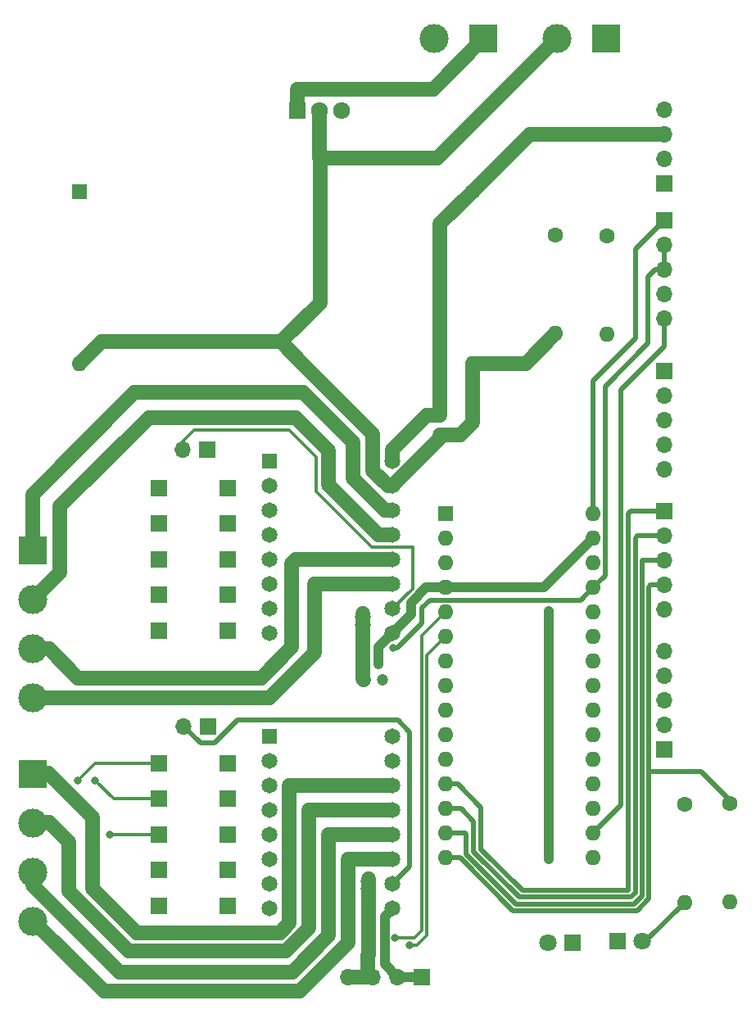
<source format=gbl>
G04 #@! TF.GenerationSoftware,KiCad,Pcbnew,7.0.8*
G04 #@! TF.CreationDate,2024-03-21T20:29:15-04:00*
G04 #@! TF.ProjectId,TechDevPCB,54656368-4465-4765-9043-422e6b696361,rev?*
G04 #@! TF.SameCoordinates,Original*
G04 #@! TF.FileFunction,Copper,L2,Bot*
G04 #@! TF.FilePolarity,Positive*
%FSLAX46Y46*%
G04 Gerber Fmt 4.6, Leading zero omitted, Abs format (unit mm)*
G04 Created by KiCad (PCBNEW 7.0.8) date 2024-03-21 20:29:15*
%MOMM*%
%LPD*%
G01*
G04 APERTURE LIST*
G04 #@! TA.AperFunction,ComponentPad*
%ADD10C,1.600000*%
G04 #@! TD*
G04 #@! TA.AperFunction,ComponentPad*
%ADD11O,1.600000X1.600000*%
G04 #@! TD*
G04 #@! TA.AperFunction,ComponentPad*
%ADD12R,1.700000X1.700000*%
G04 #@! TD*
G04 #@! TA.AperFunction,ComponentPad*
%ADD13R,3.000000X3.000000*%
G04 #@! TD*
G04 #@! TA.AperFunction,ComponentPad*
%ADD14C,3.000000*%
G04 #@! TD*
G04 #@! TA.AperFunction,ComponentPad*
%ADD15O,1.700000X1.700000*%
G04 #@! TD*
G04 #@! TA.AperFunction,ComponentPad*
%ADD16R,1.717500X1.800000*%
G04 #@! TD*
G04 #@! TA.AperFunction,ComponentPad*
%ADD17O,1.717500X1.800000*%
G04 #@! TD*
G04 #@! TA.AperFunction,ComponentPad*
%ADD18C,1.200000*%
G04 #@! TD*
G04 #@! TA.AperFunction,ComponentPad*
%ADD19R,1.650000X1.650000*%
G04 #@! TD*
G04 #@! TA.AperFunction,ComponentPad*
%ADD20C,1.650000*%
G04 #@! TD*
G04 #@! TA.AperFunction,ComponentPad*
%ADD21R,1.600000X1.600000*%
G04 #@! TD*
G04 #@! TA.AperFunction,ComponentPad*
%ADD22R,1.800000X1.800000*%
G04 #@! TD*
G04 #@! TA.AperFunction,ComponentPad*
%ADD23C,1.800000*%
G04 #@! TD*
G04 #@! TA.AperFunction,ViaPad*
%ADD24C,0.800000*%
G04 #@! TD*
G04 #@! TA.AperFunction,Conductor*
%ADD25C,0.500000*%
G04 #@! TD*
G04 #@! TA.AperFunction,Conductor*
%ADD26C,1.000000*%
G04 #@! TD*
G04 #@! TA.AperFunction,Conductor*
%ADD27C,0.300000*%
G04 #@! TD*
G04 #@! TA.AperFunction,Conductor*
%ADD28C,1.500000*%
G04 #@! TD*
G04 APERTURE END LIST*
D10*
X167640000Y-65049400D03*
D11*
X167640000Y-75209400D03*
D12*
X126669800Y-123317000D03*
D13*
X172897800Y-44704000D03*
D14*
X167817800Y-44704000D03*
D12*
X178866800Y-63500000D03*
D15*
X178866800Y-66040000D03*
X178866800Y-68580000D03*
X178866800Y-71120000D03*
X178866800Y-73660000D03*
D16*
X140970000Y-52120800D03*
D17*
X143260000Y-52120800D03*
X145550000Y-52120800D03*
D12*
X133781800Y-130683000D03*
D18*
X155702000Y-83667600D03*
X155702000Y-85667600D03*
D12*
X126669800Y-130683000D03*
X178866800Y-79121000D03*
D15*
X178866800Y-81661000D03*
X178866800Y-84201000D03*
X178866800Y-86741000D03*
X178866800Y-89281000D03*
D18*
X149783800Y-110998000D03*
X147783800Y-110998000D03*
D12*
X126669800Y-102235000D03*
D13*
X113614200Y-120726200D03*
D14*
X113614200Y-125806200D03*
X113614200Y-130886200D03*
X113614200Y-135966200D03*
D12*
X133781800Y-127000000D03*
X133781800Y-105918000D03*
X126669800Y-119634000D03*
X133781800Y-91186000D03*
X126669800Y-105918000D03*
X133781800Y-102235000D03*
X126669800Y-91186000D03*
X131749800Y-115824000D03*
D15*
X129209800Y-115824000D03*
D12*
X126669800Y-98552000D03*
D19*
X138099800Y-116840000D03*
D20*
X138099800Y-119380000D03*
X138099800Y-121920000D03*
X138099800Y-124460000D03*
X138099800Y-127000000D03*
X138099800Y-129540000D03*
X138099800Y-132080000D03*
X138099800Y-134620000D03*
X150799800Y-134620000D03*
X150799800Y-132080000D03*
X150799800Y-129540000D03*
X150799800Y-127000000D03*
X150799800Y-124460000D03*
X150799800Y-121920000D03*
X150799800Y-119380000D03*
X150799800Y-116840000D03*
D12*
X153787000Y-141706600D03*
D15*
X151247000Y-141706600D03*
X148707000Y-141706600D03*
X146167000Y-141706600D03*
D12*
X178866800Y-118237000D03*
D15*
X178866800Y-115697000D03*
X178866800Y-113157000D03*
X178866800Y-110617000D03*
X178866800Y-108077000D03*
D21*
X118392400Y-60539100D03*
D11*
X159032400Y-78319100D03*
X118392400Y-78319100D03*
D10*
X159032400Y-60539100D03*
D22*
X174015400Y-138049000D03*
D23*
X176555400Y-138049000D03*
D12*
X178866800Y-93599000D03*
D15*
X178866800Y-96139000D03*
X178866800Y-98679000D03*
X178866800Y-101219000D03*
X178866800Y-103759000D03*
D10*
X172923200Y-65100200D03*
D11*
X172923200Y-75260200D03*
D13*
X113563400Y-97637600D03*
D14*
X113563400Y-102717600D03*
X113563400Y-107797600D03*
X113563400Y-112877600D03*
D13*
X160197800Y-44704000D03*
D14*
X155117800Y-44704000D03*
D12*
X178866800Y-59690000D03*
D15*
X178866800Y-57150000D03*
X178866800Y-54610000D03*
X178866800Y-52070000D03*
D12*
X133781800Y-98552000D03*
X126669800Y-94869000D03*
D21*
X156260800Y-93853000D03*
D11*
X156260800Y-96393000D03*
X156260800Y-98933000D03*
X156260800Y-101473000D03*
X156260800Y-104013000D03*
X156260800Y-106553000D03*
X156260800Y-109093000D03*
X156260800Y-111633000D03*
X156260800Y-114173000D03*
X156260800Y-116713000D03*
X156260800Y-119253000D03*
X156260800Y-121793000D03*
X156260800Y-124333000D03*
X156260800Y-126873000D03*
X156260800Y-129413000D03*
X171500800Y-129413000D03*
X171500800Y-126873000D03*
X171500800Y-124333000D03*
X171500800Y-121793000D03*
X171500800Y-119253000D03*
X171500800Y-116713000D03*
X171500800Y-114173000D03*
X171500800Y-111633000D03*
X171500800Y-109093000D03*
X171500800Y-106553000D03*
X171500800Y-104013000D03*
X171500800Y-101473000D03*
X171500800Y-98933000D03*
X171500800Y-96393000D03*
X171500800Y-93853000D03*
D12*
X126669800Y-134366000D03*
D10*
X180975000Y-123850400D03*
D11*
X180975000Y-134010400D03*
D12*
X131622800Y-87249000D03*
D15*
X129082800Y-87249000D03*
D12*
X133781800Y-123317000D03*
X133781800Y-134366000D03*
D22*
X169392600Y-138176000D03*
D23*
X166852600Y-138176000D03*
D19*
X138099800Y-88392000D03*
D20*
X138099800Y-90932000D03*
X138099800Y-93472000D03*
X138099800Y-96012000D03*
X138099800Y-98552000D03*
X138099800Y-101092000D03*
X138099800Y-103632000D03*
X138099800Y-106172000D03*
X150799800Y-106172000D03*
X150799800Y-103632000D03*
X150799800Y-101092000D03*
X150799800Y-98552000D03*
X150799800Y-96012000D03*
X150799800Y-93472000D03*
X150799800Y-90932000D03*
X150799800Y-88392000D03*
D12*
X133781800Y-119634000D03*
D10*
X185674000Y-123799600D03*
D11*
X185674000Y-133959600D03*
D12*
X133781800Y-94869000D03*
X126669800Y-127000000D03*
D24*
X149326600Y-108585000D03*
X166954200Y-103886000D03*
X166954200Y-104673400D03*
X166954200Y-129514600D03*
X166370000Y-101473000D03*
X149326600Y-109372400D03*
X166954200Y-128727200D03*
X166954200Y-100888800D03*
X151053800Y-137680500D03*
X152527000Y-138430000D03*
X118287800Y-121412000D03*
X120065800Y-121412000D03*
X121589800Y-127000000D03*
X148666200Y-132588000D03*
X148107400Y-105333800D03*
X147294600Y-104521000D03*
X148666200Y-131800600D03*
X147294600Y-105333800D03*
X147878800Y-132588000D03*
X147878800Y-131800600D03*
X148107400Y-104521000D03*
X150850600Y-107721400D03*
D25*
X166370000Y-101473000D02*
X166420800Y-101473000D01*
D26*
X151247000Y-141706600D02*
X153787000Y-141706600D01*
X156260800Y-101473000D02*
X166370000Y-101473000D01*
X152704800Y-103023050D02*
X152704800Y-104267000D01*
X154254850Y-101473000D02*
X152704800Y-103023050D01*
X149326600Y-109372400D02*
X149326600Y-107772200D01*
X166420800Y-101473000D02*
X171500800Y-96393000D01*
X156260800Y-101473000D02*
X154254850Y-101473000D01*
X149326600Y-107772200D02*
X149326600Y-107645200D01*
X149953800Y-140413400D02*
X149953800Y-135466000D01*
D25*
X166954200Y-103886000D02*
X166954200Y-103784400D01*
D26*
X152704800Y-104267000D02*
X150799800Y-106172000D01*
X151247000Y-141706600D02*
X149953800Y-140413400D01*
X149326600Y-107645200D02*
X150799800Y-106172000D01*
X166954200Y-129514600D02*
X166954200Y-103886000D01*
X149953800Y-135466000D02*
X150799800Y-134620000D01*
D27*
X151053800Y-137680500D02*
X153073300Y-137680500D01*
X153847800Y-136906000D02*
X153847800Y-106426000D01*
X153073300Y-137680500D02*
X153847800Y-136906000D01*
X153847800Y-106426000D02*
X156260800Y-104013000D01*
X154355800Y-108458000D02*
X156260800Y-106553000D01*
X154355800Y-137377608D02*
X153303408Y-138430000D01*
X154355800Y-137377608D02*
X154355800Y-108458000D01*
X153303408Y-138430000D02*
X152527000Y-138430000D01*
D25*
X164193800Y-132774000D02*
X175124800Y-132774000D01*
X175183800Y-132715000D02*
X175183800Y-93853000D01*
X159943800Y-124232051D02*
X159943800Y-128524000D01*
X175124800Y-132774000D02*
X175183800Y-132715000D01*
X175183800Y-93853000D02*
X175437800Y-93599000D01*
X159943800Y-128524000D02*
X164193800Y-132774000D01*
X157504749Y-121793000D02*
X159943800Y-124232051D01*
X156260800Y-121793000D02*
X157504749Y-121793000D01*
X175437800Y-93599000D02*
X178866800Y-93599000D01*
X156260800Y-124333000D02*
X157886400Y-124333000D01*
X159181800Y-128778000D02*
X163877800Y-133474000D01*
X175883800Y-133028000D02*
X175883800Y-96328000D01*
X157886400Y-124333000D02*
X159181800Y-125628400D01*
X175883800Y-96328000D02*
X176072800Y-96139000D01*
X159181800Y-125628400D02*
X159181800Y-128778000D01*
X175437800Y-133474000D02*
X175883800Y-133028000D01*
X176072800Y-96139000D02*
X178866800Y-96139000D01*
X163877800Y-133474000D02*
X175437800Y-133474000D01*
X156260800Y-126873000D02*
X158292800Y-126873000D01*
X158419800Y-129032000D02*
X163561800Y-134174000D01*
X175756800Y-134174000D02*
X176583800Y-133347000D01*
X163561800Y-134174000D02*
X175756800Y-134174000D01*
X158419800Y-127000000D02*
X158419800Y-129032000D01*
X176583800Y-133347000D02*
X176583800Y-98679000D01*
X176583800Y-98679000D02*
X178866800Y-98679000D01*
X158292800Y-126873000D02*
X158419800Y-127000000D01*
X178866800Y-101219000D02*
X177469800Y-101219000D01*
X176046750Y-134874000D02*
X163245800Y-134874000D01*
X157784800Y-129413000D02*
X156260800Y-129413000D01*
X185674000Y-123444000D02*
X185674000Y-123799600D01*
X177283800Y-120472200D02*
X177283800Y-133636950D01*
X182702200Y-120472200D02*
X185674000Y-123444000D01*
X177283800Y-120472200D02*
X182702200Y-120472200D01*
X177283800Y-133636950D02*
X176046750Y-134874000D01*
X163245800Y-134874000D02*
X157784800Y-129413000D01*
X177469800Y-101219000D02*
X177283800Y-101405000D01*
X177283800Y-101405000D02*
X177283800Y-120472200D01*
X178866800Y-73660000D02*
X178866800Y-76581000D01*
X174421800Y-123952000D02*
X171500800Y-126873000D01*
X178866800Y-76581000D02*
X174421800Y-81026000D01*
X174421800Y-81026000D02*
X174421800Y-123952000D01*
D27*
X126669800Y-119634000D02*
X120065800Y-119634000D01*
X120065800Y-119634000D02*
X118287800Y-121412000D01*
X121970800Y-123317000D02*
X120065800Y-121412000D01*
X126669800Y-123317000D02*
X121970800Y-123317000D01*
X126669800Y-127000000D02*
X121589800Y-127000000D01*
D25*
X175920400Y-75717400D02*
X175920400Y-66446400D01*
X175920400Y-66446400D02*
X178866800Y-63500000D01*
X171500800Y-93853000D02*
X171500800Y-80137000D01*
X171500800Y-80137000D02*
X175920400Y-75717400D01*
D28*
X155702000Y-63869500D02*
X159032400Y-60539100D01*
X159032400Y-60539100D02*
X164961500Y-54610000D01*
X154355800Y-83667600D02*
X150799800Y-87223600D01*
X155702000Y-83667600D02*
X155702000Y-63869500D01*
X150799800Y-87223600D02*
X150799800Y-88392000D01*
X155702000Y-83667600D02*
X154355800Y-83667600D01*
X164961500Y-54610000D02*
X178866800Y-54610000D01*
X118429300Y-78319100D02*
X118392400Y-78319100D01*
X148707000Y-141706600D02*
X146167000Y-141706600D01*
X141655800Y-78486000D02*
X139238800Y-76069000D01*
X139238800Y-76069000D02*
X120679400Y-76069000D01*
X157791400Y-85667600D02*
X159032400Y-84426600D01*
X120679400Y-76069000D02*
X118429300Y-78319100D01*
X150310410Y-90932000D02*
X150799800Y-90932000D01*
X147726400Y-104140000D02*
X147726400Y-104927400D01*
X143281400Y-72026400D02*
X143281400Y-57099200D01*
X141655800Y-78486000D02*
X148767800Y-85598000D01*
X148259800Y-139471400D02*
X148285200Y-139446000D01*
X148259800Y-139471400D02*
X148259800Y-141259400D01*
X148285200Y-139446000D02*
X148285200Y-131597400D01*
X139238800Y-76069000D02*
X143281400Y-72026400D01*
X155422600Y-57099200D02*
X143281400Y-57099200D01*
X147726400Y-104140000D02*
X147726400Y-110940600D01*
X148259800Y-141259400D02*
X148707000Y-141706600D01*
X148767800Y-85598000D02*
X148767800Y-89389390D01*
X159032400Y-84426600D02*
X159032400Y-78319100D01*
X143281400Y-57099200D02*
X143260000Y-57077800D01*
X159032400Y-78319100D02*
X164530300Y-78319100D01*
X155702000Y-85667600D02*
X157791400Y-85667600D01*
X147726400Y-110940600D02*
X147783800Y-110998000D01*
X155702000Y-86029800D02*
X150799800Y-90932000D01*
X143260000Y-57077800D02*
X143260000Y-52120800D01*
X164530300Y-78319100D02*
X167640000Y-75209400D01*
X148767800Y-89389390D02*
X150310410Y-90932000D01*
X167817800Y-44704000D02*
X155422600Y-57099200D01*
X155702000Y-85667600D02*
X155702000Y-86029800D01*
D27*
X148640800Y-97256600D02*
X142875000Y-91490800D01*
X140055600Y-85191600D02*
X130251200Y-85191600D01*
X142875000Y-88011000D02*
X140055600Y-85191600D01*
X142875000Y-91490800D02*
X142875000Y-88011000D01*
X152857200Y-101574600D02*
X152857200Y-97256600D01*
X152857200Y-97256600D02*
X148640800Y-97256600D01*
X129082800Y-86360000D02*
X129082800Y-87249000D01*
X150799800Y-103632000D02*
X152857200Y-101574600D01*
X130251200Y-85191600D02*
X129082800Y-86360000D01*
D28*
X150799800Y-121920000D02*
X140131800Y-121920000D01*
X140131800Y-121920000D02*
X140131800Y-136144000D01*
X124358400Y-137134600D02*
X119811800Y-132588000D01*
X113690400Y-120650000D02*
X113614200Y-120726200D01*
X119811800Y-132588000D02*
X119811800Y-125222000D01*
X119811800Y-125222000D02*
X115239800Y-120650000D01*
X139141200Y-137134600D02*
X124358400Y-137134600D01*
X115239800Y-120650000D02*
X113690400Y-120650000D01*
X140131800Y-136144000D02*
X139141200Y-137134600D01*
X142163800Y-136652000D02*
X139750800Y-139065000D01*
X139750800Y-139065000D02*
X123494800Y-139065000D01*
X113690400Y-125730000D02*
X113614200Y-125806200D01*
X115290600Y-125730000D02*
X113690400Y-125730000D01*
X117297200Y-132867400D02*
X117297200Y-127736600D01*
X142163800Y-124460000D02*
X142163800Y-136652000D01*
X150799800Y-124460000D02*
X142163800Y-124460000D01*
X123494800Y-139065000D02*
X117297200Y-132867400D01*
X117297200Y-127736600D02*
X115290600Y-125730000D01*
X120929400Y-143205200D02*
X141198600Y-143205200D01*
X141198600Y-143205200D02*
X146227800Y-138176000D01*
X113690400Y-135966200D02*
X120929400Y-143205200D01*
X113614200Y-135966200D02*
X113690400Y-135966200D01*
X146227800Y-129540000D02*
X150799800Y-129540000D01*
X146227800Y-138176000D02*
X146227800Y-129540000D01*
X144195800Y-137414000D02*
X140409400Y-141200400D01*
X140409400Y-141200400D02*
X122582200Y-141200400D01*
X144195800Y-127000000D02*
X144195800Y-137414000D01*
X150799800Y-127000000D02*
X144195800Y-127000000D01*
X113614200Y-132232400D02*
X113614200Y-130886200D01*
X122582200Y-141200400D02*
X113614200Y-132232400D01*
D25*
X152577800Y-116408200D02*
X151358600Y-115189000D01*
X151358600Y-115189000D02*
X134721600Y-115189000D01*
X132359400Y-117551200D02*
X130937000Y-117551200D01*
X130937000Y-117551200D02*
X129209800Y-115824000D01*
X152577800Y-130302000D02*
X152577800Y-116408200D01*
X150799800Y-132080000D02*
X152577800Y-130302000D01*
X134721600Y-115189000D02*
X132359400Y-117551200D01*
D28*
X150799800Y-93472000D02*
X149974800Y-93472000D01*
X146685000Y-90182200D02*
X146685000Y-86461600D01*
X113563400Y-91846400D02*
X113563400Y-97637600D01*
X146685000Y-86461600D02*
X141528800Y-81305400D01*
X141528800Y-81305400D02*
X124104400Y-81305400D01*
X124104400Y-81305400D02*
X113563400Y-91846400D01*
X149974800Y-93472000D02*
X146685000Y-90182200D01*
X144145000Y-90830400D02*
X144145000Y-87299800D01*
X140741400Y-83896200D02*
X125577600Y-83896200D01*
X116408200Y-93065600D02*
X116408200Y-99872800D01*
X125577600Y-83896200D02*
X116408200Y-93065600D01*
X150799800Y-96012000D02*
X149326600Y-96012000D01*
X149326600Y-96012000D02*
X144145000Y-90830400D01*
X144145000Y-87299800D02*
X140741400Y-83896200D01*
X116408200Y-99872800D02*
X113563400Y-102717600D01*
X138023600Y-112877600D02*
X113563400Y-112877600D01*
X142697200Y-108204000D02*
X138023600Y-112877600D01*
X150799800Y-101092000D02*
X142697200Y-101092000D01*
X142697200Y-101092000D02*
X142697200Y-108204000D01*
X115265200Y-107797600D02*
X113563400Y-107797600D01*
X140385800Y-98958400D02*
X140385800Y-107619800D01*
X118262400Y-110794800D02*
X115265200Y-107797600D01*
X140792200Y-98552000D02*
X140385800Y-98958400D01*
X137210800Y-110794800D02*
X118262400Y-110794800D01*
X140385800Y-107619800D02*
X137210800Y-110794800D01*
X150799800Y-98552000D02*
X140792200Y-98552000D01*
X154957400Y-49944400D02*
X160197800Y-44704000D01*
X141003400Y-49944400D02*
X154957400Y-49944400D01*
X140970000Y-49977800D02*
X141003400Y-49944400D01*
X140970000Y-52120800D02*
X140970000Y-49977800D01*
D25*
X176936400Y-138049000D02*
X176555400Y-138049000D01*
X180975000Y-134010400D02*
X176936400Y-138049000D01*
X171500800Y-101473000D02*
X170210800Y-102763000D01*
X151307800Y-107696000D02*
X150876000Y-107696000D01*
X171500800Y-101473000D02*
X172750800Y-100223000D01*
X153847800Y-103530400D02*
X153847800Y-105156000D01*
X177215800Y-76200000D02*
X177215800Y-69342000D01*
X172750800Y-80665000D02*
X177215800Y-76200000D01*
X178866800Y-68580000D02*
X178866800Y-66040000D01*
X170210800Y-102763000D02*
X154615200Y-102763000D01*
X178866800Y-68580000D02*
X177977800Y-68580000D01*
X150876000Y-107696000D02*
X150850600Y-107721400D01*
X177977800Y-68580000D02*
X177215800Y-69342000D01*
X172750800Y-100223000D02*
X172750800Y-80665000D01*
X150850600Y-107721400D02*
X150825200Y-107696000D01*
X154615200Y-102763000D02*
X153847800Y-103530400D01*
X153847800Y-105156000D02*
X151307800Y-107696000D01*
M02*

</source>
